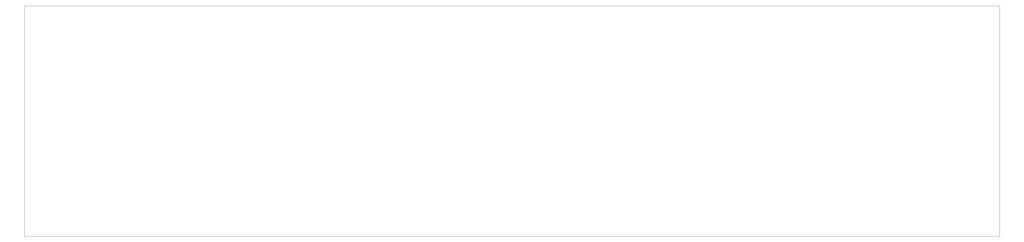
<source format=gm1>
*%FSLAX23Y23*%
*%MOIN*%
G01*
D11*
X4162Y5727D02*
X15879D01*
Y8502D02*
X4162D01*
Y5727D01*
X15879D02*
Y8502D01*
D02*
M02*

</source>
